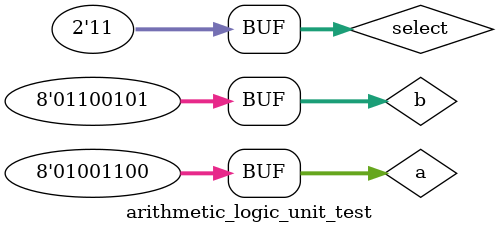
<source format=sv>
module arithmetic_logic_unit_test();
	logic [7:0] a, b, out;
	logic [1:0] select;
	logic negative, zero, carry_out, overflow;
	arithmetic_logic_unit #(8) DUT(a, b, select, out, negative, zero, carry_out, overflow);
	
	initial begin
	a = 8'b01001100;
	b = 8'b01100101;
	#10 select =2'b10;
	#10 select =2'b01;
	#10 select =2'b00;
	#10 select =2'b11;
	end
endmodule
</source>
